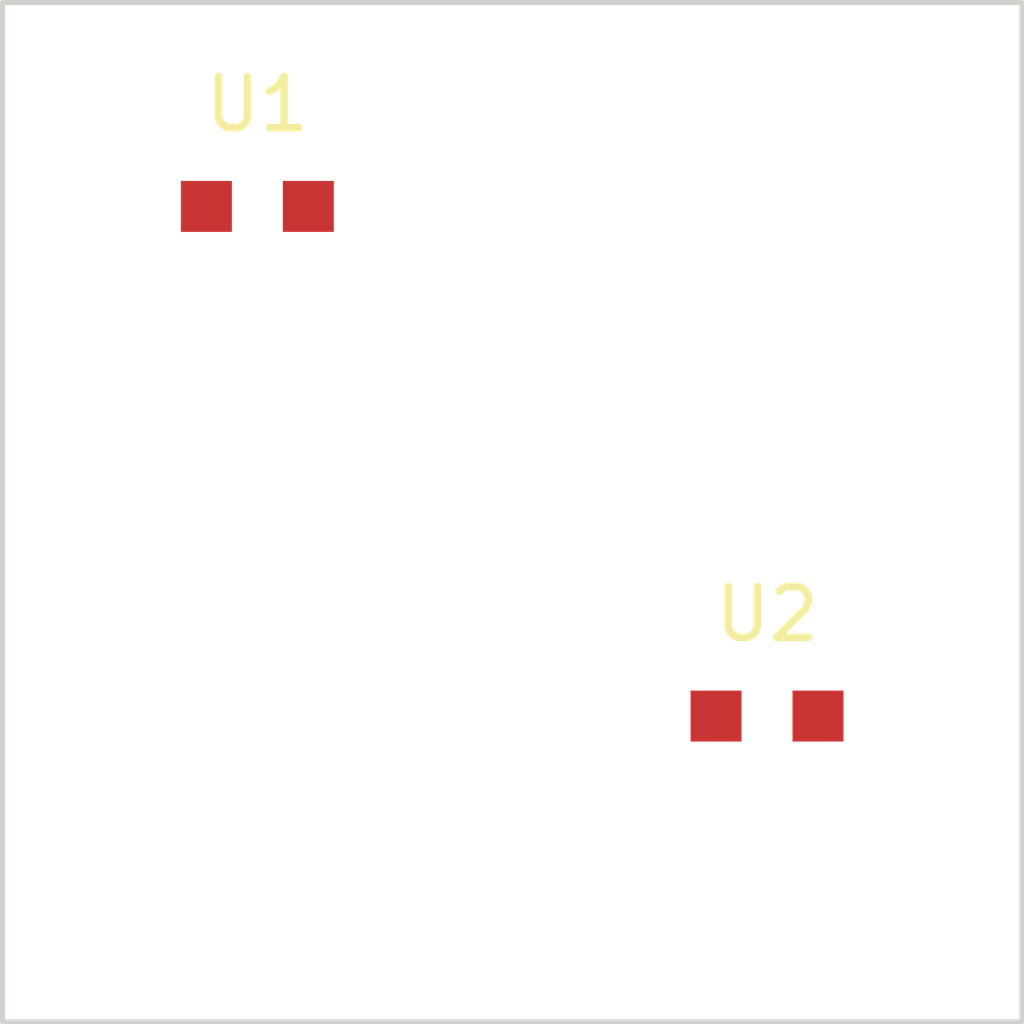
<source format=kicad_pcb>
(kicad_pcb (version 20240108) (generator "pcbnew") (generator_version "8.0")
  (layers (0 "F.Cu" signal) (31 "B.Cu" signal) (34 "B.Paste" user) (35 "F.Paste" user) (36 "B.SilkS" user "B.Silkscreen") (37 "F.SilkS" user "F.Silkscreen") (38 "B.Mask" user) (39 "F.Mask" user) (44 "Edge.Cuts" user))
  (net 0 "")
  (net 1 "NET_A")
  (net 2 "NET_B")
  (footprint "TestFootprint:TEST_IC" (layer "F.Cu") (at 5 5)
    (property "Reference" "U1" (at 0 -3 0) (layer "F.SilkS"))
    (property "Value" "TEST_IC")
    (pad "1" smd rect (at -1 -1) (size 1 1) (layers "F.Cu" "F.Paste" "F.Mask") (net 1 "NET_A"))
    (pad "2" smd rect (at 1 -1) (size 1 1) (layers "F.Cu" "F.Paste" "F.Mask") (net 2 "NET_B"))
  )
  (footprint "TestFootprint:TEST_IC" (layer "F.Cu") (at 15 15)
    (property "Reference" "U2" (at 0 -3 0) (layer "F.SilkS"))
    (property "Value" "TEST_IC")
    (pad "1" smd rect (at -1 -1) (size 1 1) (layers "F.Cu" "F.Paste" "F.Mask") (net 1 "NET_A"))
    (pad "2" smd rect (at 1 -1) (size 1 1) (layers "F.Cu" "F.Paste" "F.Mask") (net 2 "NET_B"))
  )
  (gr_rect (start 0 0) (end 20 20) (stroke (width 0.1)) (layer "Edge.Cuts"))
)
</source>
